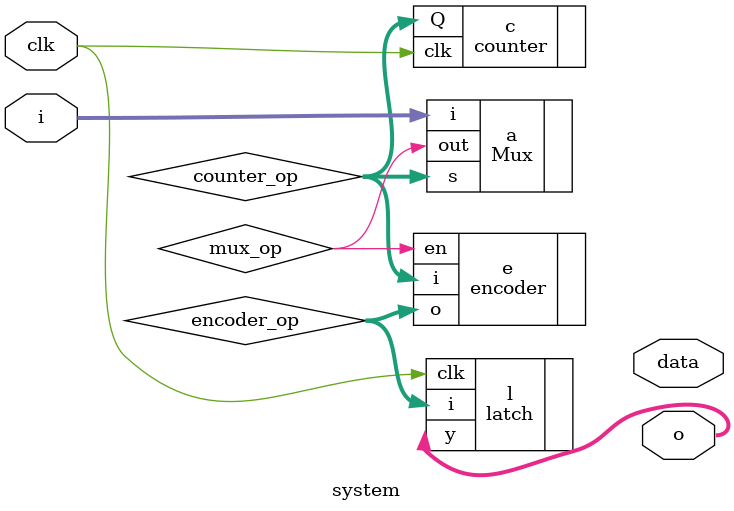
<source format=v>
module system(
    input [3:0] i, 
    input clk, 
    output data, 
    output [3:0] o
);
    wire [1:0] counter_op;
    wire mux_op;
    wire [3:0] encoder_op;

    counter c(.clk(clk), .Q(counter_op));
    Mux a(.i(i), .s(counter_op), .out(mux_op));
    encoder e(.en(mux_op), .i(counter_op), .o(encoder_op));
    latch l(.i(encoder_op), .clk(clk), .y(o));

endmodule

</source>
